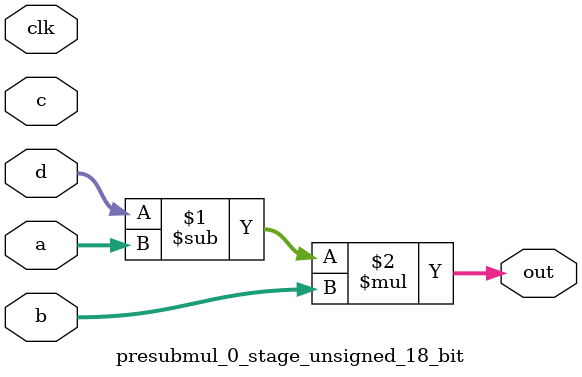
<source format=sv>
(* use_dsp = "yes" *) module presubmul_0_stage_unsigned_18_bit(
	input  [17:0] a,
	input  [17:0] b,
	input  [17:0] c,
	input  [17:0] d,
	output [17:0] out,
	input clk);

	assign out = (d - a) * b;
endmodule

</source>
